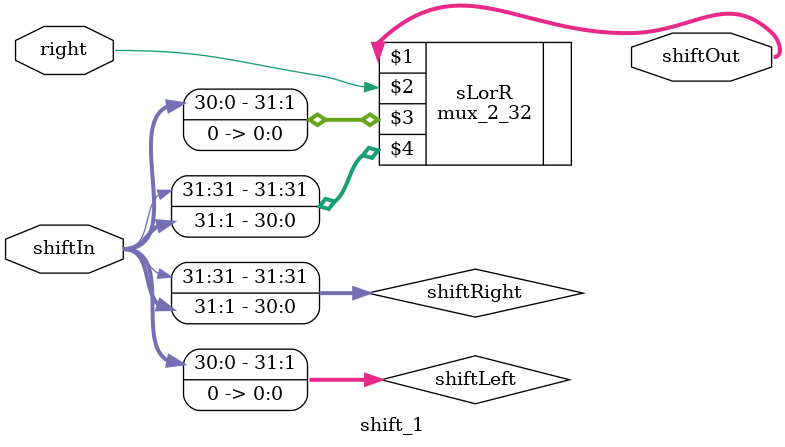
<source format=v>
module shift_1(shiftIn,right,shiftOut);
    input [31:0] shiftIn;
    input right;
    output [31:0] shiftOut;
    wire [31:0] shiftLeft,shiftRight;

    assign shiftLeft[31:1] = shiftIn[30:0];
    assign shiftLeft[0] = 1'b0;
    assign shiftRight[30:0] = shiftIn[31:1];
    assign shiftRight[31] = shiftIn[31];

    mux_2_32 sLorR(shiftOut,right,shiftLeft,shiftRight);
endmodule
</source>
